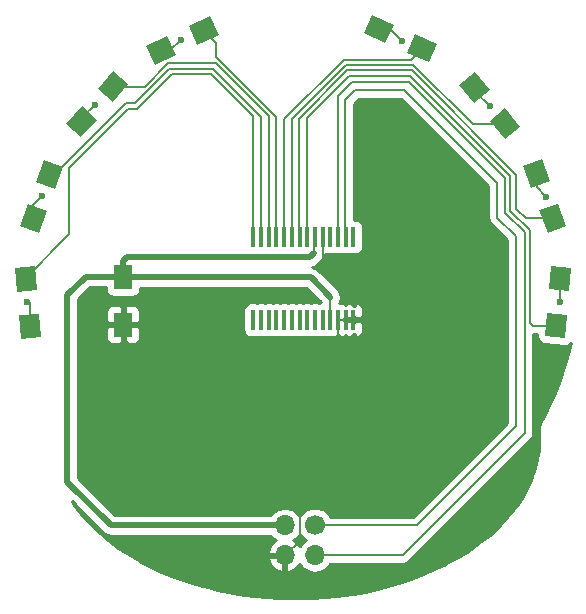
<source format=gbl>
G04 #@! TF.FileFunction,Copper,L2,Bot,Signal*
%FSLAX46Y46*%
G04 Gerber Fmt 4.6, Leading zero omitted, Abs format (unit mm)*
G04 Created by KiCad (PCBNEW 4.0.7) date 06/18/18 14:12:05*
%MOMM*%
%LPD*%
G01*
G04 APERTURE LIST*
%ADD10C,0.100000*%
%ADD11C,1.700000*%
%ADD12O,1.700000X1.700000*%
%ADD13R,1.600000X2.000000*%
%ADD14R,0.431800X1.651000*%
%ADD15C,0.600000*%
%ADD16C,0.200000*%
%ADD17C,0.500000*%
%ADD18C,0.254000*%
G04 APERTURE END LIST*
D10*
D11*
X100965000Y-120904000D03*
D12*
X100965000Y-123444000D03*
X98425000Y-120904000D03*
X98425000Y-123444000D03*
D10*
G36*
X118352700Y-87146564D02*
X117050425Y-88239303D01*
X115764850Y-86707214D01*
X117067125Y-85614475D01*
X118352700Y-87146564D01*
X118352700Y-87146564D01*
G37*
G36*
X115781550Y-84082386D02*
X114479275Y-85175125D01*
X113193700Y-83643036D01*
X114495975Y-82550297D01*
X115781550Y-84082386D01*
X115781550Y-84082386D01*
G37*
G36*
X75548968Y-99142699D02*
X77242499Y-98994534D01*
X77416810Y-100986923D01*
X75723279Y-101135088D01*
X75548968Y-99142699D01*
X75548968Y-99142699D01*
G37*
G36*
X75897590Y-103127477D02*
X77591121Y-102979312D01*
X77765432Y-104971701D01*
X76071901Y-105119866D01*
X75897590Y-103127477D01*
X75897590Y-103127477D01*
G37*
G36*
X78052921Y-89955805D02*
X79650399Y-90537240D01*
X78966359Y-92416625D01*
X77368881Y-91835190D01*
X78052921Y-89955805D01*
X78052921Y-89955805D01*
G37*
G36*
X76684841Y-93714575D02*
X78282319Y-94296010D01*
X77598279Y-96175395D01*
X76000801Y-95593960D01*
X76684841Y-93714575D01*
X76684841Y-93714575D01*
G37*
G36*
X83925719Y-82444204D02*
X85189065Y-83581726D01*
X83850803Y-85068016D01*
X82587457Y-83930494D01*
X83925719Y-82444204D01*
X83925719Y-82444204D01*
G37*
G36*
X81249197Y-85416784D02*
X82512543Y-86554306D01*
X81174281Y-88040596D01*
X79910935Y-86903074D01*
X81249197Y-85416784D01*
X81249197Y-85416784D01*
G37*
G36*
X92123298Y-77819383D02*
X92841749Y-79360106D01*
X91029134Y-80205343D01*
X90310683Y-78664620D01*
X92123298Y-77819383D01*
X92123298Y-77819383D01*
G37*
G36*
X88498066Y-79509857D02*
X89216517Y-81050580D01*
X87403902Y-81895817D01*
X86685451Y-80355094D01*
X88498066Y-79509857D01*
X88498066Y-79509857D01*
G37*
G36*
X111290363Y-80148896D02*
X110598910Y-81701923D01*
X108771819Y-80888450D01*
X109463272Y-79335423D01*
X111290363Y-80148896D01*
X111290363Y-80148896D01*
G37*
G36*
X107636181Y-78521950D02*
X106944728Y-80074977D01*
X105117637Y-79261504D01*
X105809090Y-77708477D01*
X107636181Y-78521950D01*
X107636181Y-78521950D01*
G37*
G36*
X122271599Y-95543160D02*
X120674121Y-96124595D01*
X119990081Y-94245210D01*
X121587559Y-93663775D01*
X122271599Y-95543160D01*
X122271599Y-95543160D01*
G37*
G36*
X120903519Y-91784390D02*
X119306041Y-92365825D01*
X118622001Y-90486440D01*
X120219479Y-89905005D01*
X120903519Y-91784390D01*
X120903519Y-91784390D01*
G37*
G36*
X122149699Y-105069066D02*
X120456168Y-104920901D01*
X120630479Y-102928512D01*
X122324010Y-103076677D01*
X122149699Y-105069066D01*
X122149699Y-105069066D01*
G37*
G36*
X122498321Y-101084288D02*
X120804790Y-100936123D01*
X120979101Y-98943734D01*
X122672632Y-99091899D01*
X122498321Y-101084288D01*
X122498321Y-101084288D01*
G37*
D13*
X84734400Y-99917500D03*
X84734400Y-103917500D03*
D14*
X95775000Y-96495000D03*
X96425000Y-96495000D03*
X97075000Y-96495000D03*
X97725000Y-96495000D03*
X98375000Y-96495000D03*
X99025000Y-96495000D03*
X99675000Y-96495000D03*
X100325000Y-96495000D03*
X100975000Y-96495000D03*
X101625000Y-96495000D03*
X102275000Y-96495000D03*
X102925000Y-96495000D03*
X103575000Y-96495000D03*
X104225000Y-96495000D03*
X104225000Y-103505000D03*
X103575000Y-103505000D03*
X102925000Y-103505000D03*
X102275000Y-103505000D03*
X101625000Y-103505000D03*
X100975000Y-103505000D03*
X100325000Y-103505000D03*
X99675000Y-103505000D03*
X99025000Y-103505000D03*
X98375000Y-103505000D03*
X97725000Y-103505000D03*
X97075000Y-103505000D03*
X96425000Y-103505000D03*
X95775000Y-103505000D03*
D15*
X76611480Y-102011480D03*
X77871320Y-93040200D03*
X82336640Y-85308440D03*
X89611200Y-79822040D03*
X108356400Y-79898240D03*
X115783360Y-85440520D03*
X120548400Y-93080840D03*
X121732040Y-102031800D03*
D16*
X100939600Y-96530400D02*
X100939600Y-97836800D01*
D17*
X84734400Y-98488500D02*
X85039200Y-98183700D01*
X85039200Y-98183700D02*
X100592700Y-98183700D01*
X100592700Y-98183700D02*
X100939600Y-97836800D01*
X84734400Y-98488500D02*
X84734400Y-99917500D01*
X102275000Y-101665400D02*
X102275000Y-101563800D01*
X102275000Y-101563800D02*
X100628700Y-99917500D01*
X100628700Y-99917500D02*
X84734400Y-99917500D01*
D16*
X102275000Y-103505000D02*
X102275000Y-101665400D01*
X102275000Y-101665400D02*
X102260400Y-101650800D01*
D17*
X98425000Y-120904000D02*
X83687920Y-120904000D01*
X83687920Y-120904000D02*
X80020160Y-117236240D01*
X80020160Y-117236240D02*
X80020160Y-101422200D01*
X80020160Y-101422200D02*
X81593440Y-99848920D01*
X81593440Y-99848920D02*
X84772500Y-99848920D01*
D16*
X102900000Y-103505000D02*
X103575000Y-103505000D01*
X103575000Y-103505000D02*
X104225000Y-103505000D01*
X84734400Y-103917500D02*
X94011500Y-103917500D01*
X102900000Y-104850000D02*
X102900000Y-103505000D01*
X102600000Y-105150000D02*
X102900000Y-104850000D01*
X95244000Y-105150000D02*
X102600000Y-105150000D01*
X94011500Y-103917500D02*
X95244000Y-105150000D01*
X101630480Y-96536700D02*
X101630480Y-98391980D01*
X84734400Y-105084400D02*
X84734400Y-103917500D01*
X85650000Y-106000000D02*
X84734400Y-105084400D01*
X104000000Y-106000000D02*
X85650000Y-106000000D01*
X105050000Y-104950000D02*
X104000000Y-106000000D01*
X105050000Y-100600000D02*
X105050000Y-104950000D01*
X103624300Y-99174300D02*
X105050000Y-100600000D01*
X102412800Y-99174300D02*
X103624300Y-99174300D01*
X101630480Y-98391980D02*
X102412800Y-99174300D01*
X98425000Y-123444000D02*
X98442780Y-123444000D01*
X98442780Y-123444000D02*
X99684840Y-122201940D01*
X99684840Y-122201940D02*
X99684840Y-119969280D01*
X99684840Y-119969280D02*
X99214940Y-119499380D01*
X99214940Y-119499380D02*
X84350860Y-119499380D01*
X84350860Y-119499380D02*
X81381600Y-116530120D01*
X81381600Y-116530120D02*
X81381600Y-104736900D01*
X81381600Y-104736900D02*
X82269580Y-103848920D01*
X82269580Y-103848920D02*
X84734400Y-103848920D01*
X76831511Y-104049589D02*
X76831511Y-102231511D01*
X76831511Y-102231511D02*
X76611480Y-102011480D01*
X76831511Y-102053711D02*
X76733400Y-101955600D01*
X77141560Y-93769960D02*
X77141560Y-94944985D01*
X77871320Y-93040200D02*
X77141560Y-93769960D01*
X81211739Y-86728690D02*
X81211739Y-86433341D01*
X81211739Y-86433341D02*
X82336640Y-85308440D01*
X87950984Y-80702837D02*
X88730403Y-80702837D01*
X88730403Y-80702837D02*
X89611200Y-79822040D01*
X106376909Y-78891727D02*
X107349887Y-78891727D01*
X107349887Y-78891727D02*
X108356400Y-79898240D01*
X114487625Y-83862711D02*
X114487625Y-84144785D01*
X114487625Y-84144785D02*
X115783360Y-85440520D01*
X119762760Y-91135415D02*
X119762760Y-92295200D01*
X119762760Y-92295200D02*
X120548400Y-93080840D01*
X121738711Y-100014011D02*
X121738711Y-102025129D01*
X121738711Y-102025129D02*
X121732040Y-102031800D01*
X95775000Y-96507700D02*
X95775000Y-86275400D01*
X80162400Y-96281240D02*
X76334339Y-100109301D01*
X80162400Y-90642440D02*
X80162400Y-96281240D01*
X85156040Y-85648800D02*
X80162400Y-90642440D01*
X85877400Y-85648800D02*
X85156040Y-85648800D01*
X88849200Y-82677000D02*
X85877400Y-85648800D01*
X92176600Y-82677000D02*
X88849200Y-82677000D01*
X95775000Y-86275400D02*
X92176600Y-82677000D01*
X96425000Y-96502900D02*
X96425000Y-86315800D01*
X84963000Y-85156040D02*
X78932825Y-91186215D01*
X85765640Y-85156040D02*
X84963000Y-85156040D01*
X88661240Y-82260440D02*
X85765640Y-85156040D01*
X92369640Y-82260440D02*
X88661240Y-82260440D01*
X96425000Y-86315800D02*
X92369640Y-82260440D01*
X78932825Y-91186215D02*
X78509640Y-91186215D01*
X97075000Y-96459300D02*
X97075000Y-86290160D01*
X86591530Y-83756110D02*
X83888261Y-83756110D01*
X88544400Y-81803240D02*
X86591530Y-83756110D01*
X92588080Y-81803240D02*
X88544400Y-81803240D01*
X97075000Y-86290160D02*
X92588080Y-81803240D01*
X97725000Y-96395000D02*
X97725000Y-86335640D01*
X92623640Y-80059787D02*
X91576216Y-79012363D01*
X92623640Y-81234280D02*
X92623640Y-80059787D01*
X97725000Y-86335640D02*
X92623640Y-81234280D01*
X98375000Y-96863300D02*
X98375000Y-86537000D01*
X109076724Y-81473040D02*
X110031091Y-80518673D01*
X103438960Y-81473040D02*
X109076724Y-81473040D01*
X98375000Y-86537000D02*
X103438960Y-81473040D01*
X99025000Y-86496600D02*
X103601520Y-81920080D01*
X103601520Y-81920080D02*
X109320080Y-81920080D01*
X109320080Y-81920080D02*
X114326889Y-86926889D01*
X114326889Y-86926889D02*
X117058775Y-86926889D01*
X99025000Y-96359300D02*
X99025000Y-86496600D01*
X99649280Y-96329500D02*
X99649280Y-86481920D01*
X118810825Y-94894185D02*
X121130840Y-94894185D01*
X118018560Y-94101920D02*
X118810825Y-94894185D01*
X118018560Y-91224100D02*
X118018560Y-94101920D01*
X109189520Y-82395060D02*
X118018560Y-91224100D01*
X103736140Y-82395060D02*
X109189520Y-82395060D01*
X99649280Y-86481920D02*
X103736140Y-82395060D01*
X100309680Y-96327900D02*
X100309680Y-86431120D01*
X119421669Y-103998789D02*
X121390089Y-103998789D01*
X119176800Y-103753920D02*
X119421669Y-103998789D01*
X119176800Y-95897700D02*
X119176800Y-103753920D01*
X117538500Y-94259400D02*
X119176800Y-95897700D01*
X117538500Y-91358720D02*
X117538500Y-94259400D01*
X109059980Y-82880200D02*
X117538500Y-91358720D01*
X103860600Y-82880200D02*
X109059980Y-82880200D01*
X100309680Y-86431120D02*
X103860600Y-82880200D01*
X100965000Y-123444000D02*
X108402120Y-123444000D01*
X102900480Y-84551520D02*
X102900480Y-96376300D01*
X104089200Y-83362800D02*
X102900480Y-84551520D01*
X108945680Y-83362800D02*
X104089200Y-83362800D01*
X117096540Y-91513660D02*
X108945680Y-83362800D01*
X117096540Y-94446540D02*
X117096540Y-91513660D01*
X118750000Y-96100000D02*
X117096540Y-94446540D01*
X118750000Y-113096120D02*
X118750000Y-96100000D01*
X108402120Y-123444000D02*
X118750000Y-113096120D01*
X103561680Y-96427100D02*
X103561680Y-84906320D01*
X109626400Y-120904000D02*
X100965000Y-120904000D01*
X118000000Y-112530400D02*
X109626400Y-120904000D01*
X118000000Y-96450000D02*
X118000000Y-112530400D01*
X116400000Y-94850000D02*
X118000000Y-96450000D01*
X116400000Y-91914400D02*
X116400000Y-94850000D01*
X108559600Y-84074000D02*
X116400000Y-91914400D01*
X104394000Y-84074000D02*
X108559600Y-84074000D01*
X103561680Y-84906320D02*
X104394000Y-84074000D01*
D18*
G36*
X119811192Y-104864473D02*
X119834792Y-105102753D01*
X119954498Y-105330176D01*
X120153254Y-105493109D01*
X120399740Y-105565877D01*
X122093271Y-105714042D01*
X122331551Y-105690442D01*
X122558974Y-105570736D01*
X122625661Y-105489387D01*
X122499884Y-106055382D01*
X122253495Y-106991663D01*
X122008172Y-107776696D01*
X121708163Y-108626721D01*
X121464549Y-109308840D01*
X121222840Y-109840600D01*
X121221048Y-109848242D01*
X121216607Y-109854717D01*
X120920024Y-110546744D01*
X120527763Y-111331266D01*
X120193111Y-111952762D01*
X120110044Y-112077363D01*
X120083490Y-112141659D01*
X120044846Y-112199495D01*
X120031132Y-112268438D01*
X120004298Y-112333414D01*
X120004371Y-112402977D01*
X119990800Y-112471200D01*
X119990800Y-113965674D01*
X119945154Y-114513431D01*
X119802743Y-115320423D01*
X119612213Y-116082544D01*
X119468435Y-116513878D01*
X119279023Y-117082113D01*
X118808461Y-118070293D01*
X118476200Y-118592418D01*
X118139162Y-119122049D01*
X117264531Y-120239633D01*
X116647674Y-120903942D01*
X115763476Y-121689895D01*
X115083548Y-122272691D01*
X114606477Y-122606641D01*
X113814270Y-123151283D01*
X113071108Y-123597180D01*
X112586488Y-123887952D01*
X112102878Y-124129757D01*
X112090506Y-124139359D01*
X112075594Y-124144148D01*
X111640267Y-124385996D01*
X110908743Y-124727374D01*
X110118523Y-125073095D01*
X108832324Y-125567787D01*
X107751894Y-125911560D01*
X106813110Y-126158609D01*
X105967468Y-126357583D01*
X104773445Y-126606338D01*
X103534391Y-126804587D01*
X102687653Y-126904203D01*
X101799324Y-127002906D01*
X100670170Y-127052000D01*
X97860510Y-127052000D01*
X96976858Y-127002908D01*
X95839014Y-126903965D01*
X94452923Y-126705952D01*
X93158873Y-126457096D01*
X92720720Y-126359729D01*
X91917002Y-126158800D01*
X91917001Y-126158799D01*
X91510602Y-126057200D01*
X91510601Y-126057199D01*
X91125931Y-125961032D01*
X90039352Y-125615302D01*
X89050255Y-125269118D01*
X87966566Y-124825791D01*
X87127149Y-124430771D01*
X86239739Y-123987066D01*
X85918164Y-123800890D01*
X96983524Y-123800890D01*
X97153355Y-124210924D01*
X97543642Y-124639183D01*
X98068108Y-124885486D01*
X98298000Y-124764819D01*
X98298000Y-123571000D01*
X97104845Y-123571000D01*
X96983524Y-123800890D01*
X85918164Y-123800890D01*
X85309182Y-123448321D01*
X84331308Y-122812703D01*
X83499450Y-122176576D01*
X82672215Y-121495323D01*
X82340846Y-121163954D01*
X82340843Y-121163952D01*
X81842140Y-120665248D01*
X81213782Y-119988556D01*
X80594335Y-119178510D01*
X80400143Y-118867803D01*
X83062128Y-121529787D01*
X83062130Y-121529790D01*
X83349245Y-121721633D01*
X83405436Y-121732810D01*
X83687920Y-121789001D01*
X83687925Y-121789000D01*
X97235568Y-121789000D01*
X97345853Y-121954054D01*
X97686553Y-122181702D01*
X97543642Y-122248817D01*
X97153355Y-122677076D01*
X96983524Y-123087110D01*
X97104845Y-123317000D01*
X98298000Y-123317000D01*
X98298000Y-123297000D01*
X98552000Y-123297000D01*
X98552000Y-123317000D01*
X98572000Y-123317000D01*
X98572000Y-123571000D01*
X98552000Y-123571000D01*
X98552000Y-124764819D01*
X98781892Y-124885486D01*
X99306358Y-124639183D01*
X99696645Y-124210924D01*
X99696655Y-124210899D01*
X99885853Y-124494054D01*
X100367622Y-124815961D01*
X100935907Y-124929000D01*
X100994093Y-124929000D01*
X101562378Y-124815961D01*
X102044147Y-124494054D01*
X102254659Y-124179000D01*
X108402120Y-124179000D01*
X108683392Y-124123051D01*
X108921843Y-123963723D01*
X119269723Y-113615844D01*
X119429051Y-113377392D01*
X119446901Y-113287653D01*
X119485000Y-113096120D01*
X119485000Y-104733789D01*
X119822625Y-104733789D01*
X119811192Y-104864473D01*
X119811192Y-104864473D01*
G37*
X119811192Y-104864473D02*
X119834792Y-105102753D01*
X119954498Y-105330176D01*
X120153254Y-105493109D01*
X120399740Y-105565877D01*
X122093271Y-105714042D01*
X122331551Y-105690442D01*
X122558974Y-105570736D01*
X122625661Y-105489387D01*
X122499884Y-106055382D01*
X122253495Y-106991663D01*
X122008172Y-107776696D01*
X121708163Y-108626721D01*
X121464549Y-109308840D01*
X121222840Y-109840600D01*
X121221048Y-109848242D01*
X121216607Y-109854717D01*
X120920024Y-110546744D01*
X120527763Y-111331266D01*
X120193111Y-111952762D01*
X120110044Y-112077363D01*
X120083490Y-112141659D01*
X120044846Y-112199495D01*
X120031132Y-112268438D01*
X120004298Y-112333414D01*
X120004371Y-112402977D01*
X119990800Y-112471200D01*
X119990800Y-113965674D01*
X119945154Y-114513431D01*
X119802743Y-115320423D01*
X119612213Y-116082544D01*
X119468435Y-116513878D01*
X119279023Y-117082113D01*
X118808461Y-118070293D01*
X118476200Y-118592418D01*
X118139162Y-119122049D01*
X117264531Y-120239633D01*
X116647674Y-120903942D01*
X115763476Y-121689895D01*
X115083548Y-122272691D01*
X114606477Y-122606641D01*
X113814270Y-123151283D01*
X113071108Y-123597180D01*
X112586488Y-123887952D01*
X112102878Y-124129757D01*
X112090506Y-124139359D01*
X112075594Y-124144148D01*
X111640267Y-124385996D01*
X110908743Y-124727374D01*
X110118523Y-125073095D01*
X108832324Y-125567787D01*
X107751894Y-125911560D01*
X106813110Y-126158609D01*
X105967468Y-126357583D01*
X104773445Y-126606338D01*
X103534391Y-126804587D01*
X102687653Y-126904203D01*
X101799324Y-127002906D01*
X100670170Y-127052000D01*
X97860510Y-127052000D01*
X96976858Y-127002908D01*
X95839014Y-126903965D01*
X94452923Y-126705952D01*
X93158873Y-126457096D01*
X92720720Y-126359729D01*
X91917002Y-126158800D01*
X91917001Y-126158799D01*
X91510602Y-126057200D01*
X91510601Y-126057199D01*
X91125931Y-125961032D01*
X90039352Y-125615302D01*
X89050255Y-125269118D01*
X87966566Y-124825791D01*
X87127149Y-124430771D01*
X86239739Y-123987066D01*
X85918164Y-123800890D01*
X96983524Y-123800890D01*
X97153355Y-124210924D01*
X97543642Y-124639183D01*
X98068108Y-124885486D01*
X98298000Y-124764819D01*
X98298000Y-123571000D01*
X97104845Y-123571000D01*
X96983524Y-123800890D01*
X85918164Y-123800890D01*
X85309182Y-123448321D01*
X84331308Y-122812703D01*
X83499450Y-122176576D01*
X82672215Y-121495323D01*
X82340846Y-121163954D01*
X82340843Y-121163952D01*
X81842140Y-120665248D01*
X81213782Y-119988556D01*
X80594335Y-119178510D01*
X80400143Y-118867803D01*
X83062128Y-121529787D01*
X83062130Y-121529790D01*
X83349245Y-121721633D01*
X83405436Y-121732810D01*
X83687920Y-121789001D01*
X83687925Y-121789000D01*
X97235568Y-121789000D01*
X97345853Y-121954054D01*
X97686553Y-122181702D01*
X97543642Y-122248817D01*
X97153355Y-122677076D01*
X96983524Y-123087110D01*
X97104845Y-123317000D01*
X98298000Y-123317000D01*
X98298000Y-123297000D01*
X98552000Y-123297000D01*
X98552000Y-123317000D01*
X98572000Y-123317000D01*
X98572000Y-123571000D01*
X98552000Y-123571000D01*
X98552000Y-124764819D01*
X98781892Y-124885486D01*
X99306358Y-124639183D01*
X99696645Y-124210924D01*
X99696655Y-124210899D01*
X99885853Y-124494054D01*
X100367622Y-124815961D01*
X100935907Y-124929000D01*
X100994093Y-124929000D01*
X101562378Y-124815961D01*
X102044147Y-124494054D01*
X102254659Y-124179000D01*
X108402120Y-124179000D01*
X108683392Y-124123051D01*
X108921843Y-123963723D01*
X119269723Y-113615844D01*
X119429051Y-113377392D01*
X119446901Y-113287653D01*
X119485000Y-113096120D01*
X119485000Y-104733789D01*
X119822625Y-104733789D01*
X119811192Y-104864473D01*
G36*
X99705344Y-121744086D02*
X100122717Y-122162188D01*
X100190550Y-122190355D01*
X99885853Y-122393946D01*
X99696655Y-122677101D01*
X99696645Y-122677076D01*
X99306358Y-122248817D01*
X99163447Y-122181702D01*
X99504147Y-121954054D01*
X99682074Y-121687767D01*
X99705344Y-121744086D01*
X99705344Y-121744086D01*
G37*
X99705344Y-121744086D02*
X100122717Y-122162188D01*
X100190550Y-122190355D01*
X99885853Y-122393946D01*
X99696655Y-122677101D01*
X99696645Y-122677076D01*
X99306358Y-122248817D01*
X99163447Y-122181702D01*
X99504147Y-121954054D01*
X99682074Y-121687767D01*
X99705344Y-121744086D01*
G36*
X115665000Y-92218846D02*
X115665000Y-94850000D01*
X115714828Y-95100500D01*
X115720949Y-95131272D01*
X115880277Y-95369723D01*
X117265000Y-96754447D01*
X117265000Y-112225953D01*
X109321954Y-120169000D01*
X102268077Y-120169000D01*
X102224656Y-120063914D01*
X101807283Y-119645812D01*
X101261681Y-119419258D01*
X100670911Y-119418743D01*
X100124914Y-119644344D01*
X99706812Y-120061717D01*
X99682345Y-120120639D01*
X99504147Y-119853946D01*
X99022378Y-119532039D01*
X98454093Y-119419000D01*
X98395907Y-119419000D01*
X97827622Y-119532039D01*
X97345853Y-119853946D01*
X97235568Y-120019000D01*
X84054499Y-120019000D01*
X80905160Y-116869660D01*
X80905160Y-104203250D01*
X83299400Y-104203250D01*
X83299400Y-105043809D01*
X83396073Y-105277198D01*
X83574701Y-105455827D01*
X83808090Y-105552500D01*
X84448650Y-105552500D01*
X84607400Y-105393750D01*
X84607400Y-104044500D01*
X84861400Y-104044500D01*
X84861400Y-105393750D01*
X85020150Y-105552500D01*
X85660710Y-105552500D01*
X85894099Y-105455827D01*
X86072727Y-105277198D01*
X86169400Y-105043809D01*
X86169400Y-104203250D01*
X86010650Y-104044500D01*
X84861400Y-104044500D01*
X84607400Y-104044500D01*
X83458150Y-104044500D01*
X83299400Y-104203250D01*
X80905160Y-104203250D01*
X80905160Y-102791191D01*
X83299400Y-102791191D01*
X83299400Y-103631750D01*
X83458150Y-103790500D01*
X84607400Y-103790500D01*
X84607400Y-102441250D01*
X84861400Y-102441250D01*
X84861400Y-103790500D01*
X86010650Y-103790500D01*
X86169400Y-103631750D01*
X86169400Y-102791191D01*
X86072727Y-102557802D01*
X85894099Y-102379173D01*
X85660710Y-102282500D01*
X85020150Y-102282500D01*
X84861400Y-102441250D01*
X84607400Y-102441250D01*
X84448650Y-102282500D01*
X83808090Y-102282500D01*
X83574701Y-102379173D01*
X83396073Y-102557802D01*
X83299400Y-102791191D01*
X80905160Y-102791191D01*
X80905160Y-101788780D01*
X81960019Y-100733920D01*
X83286960Y-100733920D01*
X83286960Y-100917500D01*
X83331238Y-101152817D01*
X83470310Y-101368941D01*
X83682510Y-101513931D01*
X83934400Y-101564940D01*
X85534400Y-101564940D01*
X85769717Y-101520662D01*
X85985841Y-101381590D01*
X86130831Y-101169390D01*
X86181840Y-100917500D01*
X86181840Y-100802500D01*
X100262120Y-100802500D01*
X101455796Y-101996175D01*
X101457367Y-102004075D01*
X101476066Y-102032060D01*
X101409100Y-102032060D01*
X101295995Y-102053342D01*
X101190900Y-102032060D01*
X100759100Y-102032060D01*
X100645995Y-102053342D01*
X100540900Y-102032060D01*
X100109100Y-102032060D01*
X99995995Y-102053342D01*
X99890900Y-102032060D01*
X99459100Y-102032060D01*
X99345995Y-102053342D01*
X99240900Y-102032060D01*
X98809100Y-102032060D01*
X98695995Y-102053342D01*
X98590900Y-102032060D01*
X98159100Y-102032060D01*
X98045995Y-102053342D01*
X97940900Y-102032060D01*
X97509100Y-102032060D01*
X97395995Y-102053342D01*
X97290900Y-102032060D01*
X96859100Y-102032060D01*
X96745995Y-102053342D01*
X96640900Y-102032060D01*
X96209100Y-102032060D01*
X96095995Y-102053342D01*
X95990900Y-102032060D01*
X95559100Y-102032060D01*
X95323783Y-102076338D01*
X95107659Y-102215410D01*
X94962669Y-102427610D01*
X94911660Y-102679500D01*
X94911660Y-104330500D01*
X94955938Y-104565817D01*
X95095010Y-104781941D01*
X95307210Y-104926931D01*
X95559100Y-104977940D01*
X95990900Y-104977940D01*
X96104005Y-104956658D01*
X96209100Y-104977940D01*
X96640900Y-104977940D01*
X96754005Y-104956658D01*
X96859100Y-104977940D01*
X97290900Y-104977940D01*
X97404005Y-104956658D01*
X97509100Y-104977940D01*
X97940900Y-104977940D01*
X98054005Y-104956658D01*
X98159100Y-104977940D01*
X98590900Y-104977940D01*
X98704005Y-104956658D01*
X98809100Y-104977940D01*
X99240900Y-104977940D01*
X99354005Y-104956658D01*
X99459100Y-104977940D01*
X99890900Y-104977940D01*
X100004005Y-104956658D01*
X100109100Y-104977940D01*
X100540900Y-104977940D01*
X100654005Y-104956658D01*
X100759100Y-104977940D01*
X101190900Y-104977940D01*
X101304005Y-104956658D01*
X101409100Y-104977940D01*
X101840900Y-104977940D01*
X101954005Y-104956658D01*
X102059100Y-104977940D01*
X102490900Y-104977940D01*
X102574738Y-104962165D01*
X102582790Y-104965500D01*
X102658300Y-104965500D01*
X102681776Y-104942024D01*
X102726217Y-104933662D01*
X102931890Y-104801315D01*
X102999401Y-104868827D01*
X103162645Y-104936445D01*
X103191700Y-104965500D01*
X103308300Y-104965500D01*
X103337355Y-104936445D01*
X103500599Y-104868827D01*
X103575000Y-104794426D01*
X103649401Y-104868827D01*
X103812645Y-104936445D01*
X103841700Y-104965500D01*
X103958300Y-104965500D01*
X103987355Y-104936445D01*
X104150599Y-104868827D01*
X104329227Y-104690198D01*
X104332950Y-104681210D01*
X104332950Y-104806750D01*
X104491700Y-104965500D01*
X104567210Y-104965500D01*
X104800599Y-104868827D01*
X104979227Y-104690198D01*
X105075900Y-104456809D01*
X105075900Y-103790750D01*
X104917150Y-103632000D01*
X104332950Y-103632000D01*
X104332950Y-103697800D01*
X104267150Y-103632000D01*
X103428000Y-103632000D01*
X103428000Y-103378000D01*
X104267150Y-103378000D01*
X104332950Y-103312200D01*
X104332950Y-103378000D01*
X104917150Y-103378000D01*
X105075900Y-103219250D01*
X105075900Y-102553191D01*
X104979227Y-102319802D01*
X104800599Y-102141173D01*
X104567210Y-102044500D01*
X104491700Y-102044500D01*
X104332950Y-102203250D01*
X104332950Y-102328790D01*
X104329227Y-102319802D01*
X104150599Y-102141173D01*
X103987355Y-102073555D01*
X103958300Y-102044500D01*
X103841700Y-102044500D01*
X103812645Y-102073555D01*
X103649401Y-102141173D01*
X103575000Y-102215574D01*
X103500599Y-102141173D01*
X103337355Y-102073555D01*
X103308300Y-102044500D01*
X103191700Y-102044500D01*
X103162645Y-102073555D01*
X103052002Y-102119385D01*
X103052002Y-102064884D01*
X103092633Y-102004075D01*
X103160000Y-101665400D01*
X103160000Y-101563805D01*
X103160001Y-101563800D01*
X103102848Y-101276481D01*
X103092633Y-101225125D01*
X102900790Y-100938010D01*
X102900787Y-100938008D01*
X101254490Y-99291710D01*
X101144704Y-99218354D01*
X100967375Y-99099867D01*
X100911184Y-99088690D01*
X100701698Y-99047019D01*
X100885792Y-99010400D01*
X100931375Y-99001333D01*
X101218490Y-98809490D01*
X101565390Y-98462589D01*
X101757233Y-98175474D01*
X101808605Y-97917214D01*
X101864792Y-97928592D01*
X101891700Y-97955500D01*
X101967210Y-97955500D01*
X101977212Y-97951357D01*
X102059100Y-97967940D01*
X102490900Y-97967940D01*
X102604005Y-97946658D01*
X102709100Y-97967940D01*
X103140900Y-97967940D01*
X103254005Y-97946658D01*
X103359100Y-97967940D01*
X103790900Y-97967940D01*
X103904005Y-97946658D01*
X104009100Y-97967940D01*
X104440900Y-97967940D01*
X104676217Y-97923662D01*
X104892341Y-97784590D01*
X105037331Y-97572390D01*
X105088340Y-97320500D01*
X105088340Y-95669500D01*
X105044062Y-95434183D01*
X104904990Y-95218059D01*
X104692790Y-95073069D01*
X104440900Y-95022060D01*
X104296680Y-95022060D01*
X104296680Y-85210766D01*
X104698447Y-84809000D01*
X108255154Y-84809000D01*
X115665000Y-92218846D01*
X115665000Y-92218846D01*
G37*
X115665000Y-92218846D02*
X115665000Y-94850000D01*
X115714828Y-95100500D01*
X115720949Y-95131272D01*
X115880277Y-95369723D01*
X117265000Y-96754447D01*
X117265000Y-112225953D01*
X109321954Y-120169000D01*
X102268077Y-120169000D01*
X102224656Y-120063914D01*
X101807283Y-119645812D01*
X101261681Y-119419258D01*
X100670911Y-119418743D01*
X100124914Y-119644344D01*
X99706812Y-120061717D01*
X99682345Y-120120639D01*
X99504147Y-119853946D01*
X99022378Y-119532039D01*
X98454093Y-119419000D01*
X98395907Y-119419000D01*
X97827622Y-119532039D01*
X97345853Y-119853946D01*
X97235568Y-120019000D01*
X84054499Y-120019000D01*
X80905160Y-116869660D01*
X80905160Y-104203250D01*
X83299400Y-104203250D01*
X83299400Y-105043809D01*
X83396073Y-105277198D01*
X83574701Y-105455827D01*
X83808090Y-105552500D01*
X84448650Y-105552500D01*
X84607400Y-105393750D01*
X84607400Y-104044500D01*
X84861400Y-104044500D01*
X84861400Y-105393750D01*
X85020150Y-105552500D01*
X85660710Y-105552500D01*
X85894099Y-105455827D01*
X86072727Y-105277198D01*
X86169400Y-105043809D01*
X86169400Y-104203250D01*
X86010650Y-104044500D01*
X84861400Y-104044500D01*
X84607400Y-104044500D01*
X83458150Y-104044500D01*
X83299400Y-104203250D01*
X80905160Y-104203250D01*
X80905160Y-102791191D01*
X83299400Y-102791191D01*
X83299400Y-103631750D01*
X83458150Y-103790500D01*
X84607400Y-103790500D01*
X84607400Y-102441250D01*
X84861400Y-102441250D01*
X84861400Y-103790500D01*
X86010650Y-103790500D01*
X86169400Y-103631750D01*
X86169400Y-102791191D01*
X86072727Y-102557802D01*
X85894099Y-102379173D01*
X85660710Y-102282500D01*
X85020150Y-102282500D01*
X84861400Y-102441250D01*
X84607400Y-102441250D01*
X84448650Y-102282500D01*
X83808090Y-102282500D01*
X83574701Y-102379173D01*
X83396073Y-102557802D01*
X83299400Y-102791191D01*
X80905160Y-102791191D01*
X80905160Y-101788780D01*
X81960019Y-100733920D01*
X83286960Y-100733920D01*
X83286960Y-100917500D01*
X83331238Y-101152817D01*
X83470310Y-101368941D01*
X83682510Y-101513931D01*
X83934400Y-101564940D01*
X85534400Y-101564940D01*
X85769717Y-101520662D01*
X85985841Y-101381590D01*
X86130831Y-101169390D01*
X86181840Y-100917500D01*
X86181840Y-100802500D01*
X100262120Y-100802500D01*
X101455796Y-101996175D01*
X101457367Y-102004075D01*
X101476066Y-102032060D01*
X101409100Y-102032060D01*
X101295995Y-102053342D01*
X101190900Y-102032060D01*
X100759100Y-102032060D01*
X100645995Y-102053342D01*
X100540900Y-102032060D01*
X100109100Y-102032060D01*
X99995995Y-102053342D01*
X99890900Y-102032060D01*
X99459100Y-102032060D01*
X99345995Y-102053342D01*
X99240900Y-102032060D01*
X98809100Y-102032060D01*
X98695995Y-102053342D01*
X98590900Y-102032060D01*
X98159100Y-102032060D01*
X98045995Y-102053342D01*
X97940900Y-102032060D01*
X97509100Y-102032060D01*
X97395995Y-102053342D01*
X97290900Y-102032060D01*
X96859100Y-102032060D01*
X96745995Y-102053342D01*
X96640900Y-102032060D01*
X96209100Y-102032060D01*
X96095995Y-102053342D01*
X95990900Y-102032060D01*
X95559100Y-102032060D01*
X95323783Y-102076338D01*
X95107659Y-102215410D01*
X94962669Y-102427610D01*
X94911660Y-102679500D01*
X94911660Y-104330500D01*
X94955938Y-104565817D01*
X95095010Y-104781941D01*
X95307210Y-104926931D01*
X95559100Y-104977940D01*
X95990900Y-104977940D01*
X96104005Y-104956658D01*
X96209100Y-104977940D01*
X96640900Y-104977940D01*
X96754005Y-104956658D01*
X96859100Y-104977940D01*
X97290900Y-104977940D01*
X97404005Y-104956658D01*
X97509100Y-104977940D01*
X97940900Y-104977940D01*
X98054005Y-104956658D01*
X98159100Y-104977940D01*
X98590900Y-104977940D01*
X98704005Y-104956658D01*
X98809100Y-104977940D01*
X99240900Y-104977940D01*
X99354005Y-104956658D01*
X99459100Y-104977940D01*
X99890900Y-104977940D01*
X100004005Y-104956658D01*
X100109100Y-104977940D01*
X100540900Y-104977940D01*
X100654005Y-104956658D01*
X100759100Y-104977940D01*
X101190900Y-104977940D01*
X101304005Y-104956658D01*
X101409100Y-104977940D01*
X101840900Y-104977940D01*
X101954005Y-104956658D01*
X102059100Y-104977940D01*
X102490900Y-104977940D01*
X102574738Y-104962165D01*
X102582790Y-104965500D01*
X102658300Y-104965500D01*
X102681776Y-104942024D01*
X102726217Y-104933662D01*
X102931890Y-104801315D01*
X102999401Y-104868827D01*
X103162645Y-104936445D01*
X103191700Y-104965500D01*
X103308300Y-104965500D01*
X103337355Y-104936445D01*
X103500599Y-104868827D01*
X103575000Y-104794426D01*
X103649401Y-104868827D01*
X103812645Y-104936445D01*
X103841700Y-104965500D01*
X103958300Y-104965500D01*
X103987355Y-104936445D01*
X104150599Y-104868827D01*
X104329227Y-104690198D01*
X104332950Y-104681210D01*
X104332950Y-104806750D01*
X104491700Y-104965500D01*
X104567210Y-104965500D01*
X104800599Y-104868827D01*
X104979227Y-104690198D01*
X105075900Y-104456809D01*
X105075900Y-103790750D01*
X104917150Y-103632000D01*
X104332950Y-103632000D01*
X104332950Y-103697800D01*
X104267150Y-103632000D01*
X103428000Y-103632000D01*
X103428000Y-103378000D01*
X104267150Y-103378000D01*
X104332950Y-103312200D01*
X104332950Y-103378000D01*
X104917150Y-103378000D01*
X105075900Y-103219250D01*
X105075900Y-102553191D01*
X104979227Y-102319802D01*
X104800599Y-102141173D01*
X104567210Y-102044500D01*
X104491700Y-102044500D01*
X104332950Y-102203250D01*
X104332950Y-102328790D01*
X104329227Y-102319802D01*
X104150599Y-102141173D01*
X103987355Y-102073555D01*
X103958300Y-102044500D01*
X103841700Y-102044500D01*
X103812645Y-102073555D01*
X103649401Y-102141173D01*
X103575000Y-102215574D01*
X103500599Y-102141173D01*
X103337355Y-102073555D01*
X103308300Y-102044500D01*
X103191700Y-102044500D01*
X103162645Y-102073555D01*
X103052002Y-102119385D01*
X103052002Y-102064884D01*
X103092633Y-102004075D01*
X103160000Y-101665400D01*
X103160000Y-101563805D01*
X103160001Y-101563800D01*
X103102848Y-101276481D01*
X103092633Y-101225125D01*
X102900790Y-100938010D01*
X102900787Y-100938008D01*
X101254490Y-99291710D01*
X101144704Y-99218354D01*
X100967375Y-99099867D01*
X100911184Y-99088690D01*
X100701698Y-99047019D01*
X100885792Y-99010400D01*
X100931375Y-99001333D01*
X101218490Y-98809490D01*
X101565390Y-98462589D01*
X101757233Y-98175474D01*
X101808605Y-97917214D01*
X101864792Y-97928592D01*
X101891700Y-97955500D01*
X101967210Y-97955500D01*
X101977212Y-97951357D01*
X102059100Y-97967940D01*
X102490900Y-97967940D01*
X102604005Y-97946658D01*
X102709100Y-97967940D01*
X103140900Y-97967940D01*
X103254005Y-97946658D01*
X103359100Y-97967940D01*
X103790900Y-97967940D01*
X103904005Y-97946658D01*
X104009100Y-97967940D01*
X104440900Y-97967940D01*
X104676217Y-97923662D01*
X104892341Y-97784590D01*
X105037331Y-97572390D01*
X105088340Y-97320500D01*
X105088340Y-95669500D01*
X105044062Y-95434183D01*
X104904990Y-95218059D01*
X104692790Y-95073069D01*
X104440900Y-95022060D01*
X104296680Y-95022060D01*
X104296680Y-85210766D01*
X104698447Y-84809000D01*
X108255154Y-84809000D01*
X115665000Y-92218846D01*
M02*

</source>
